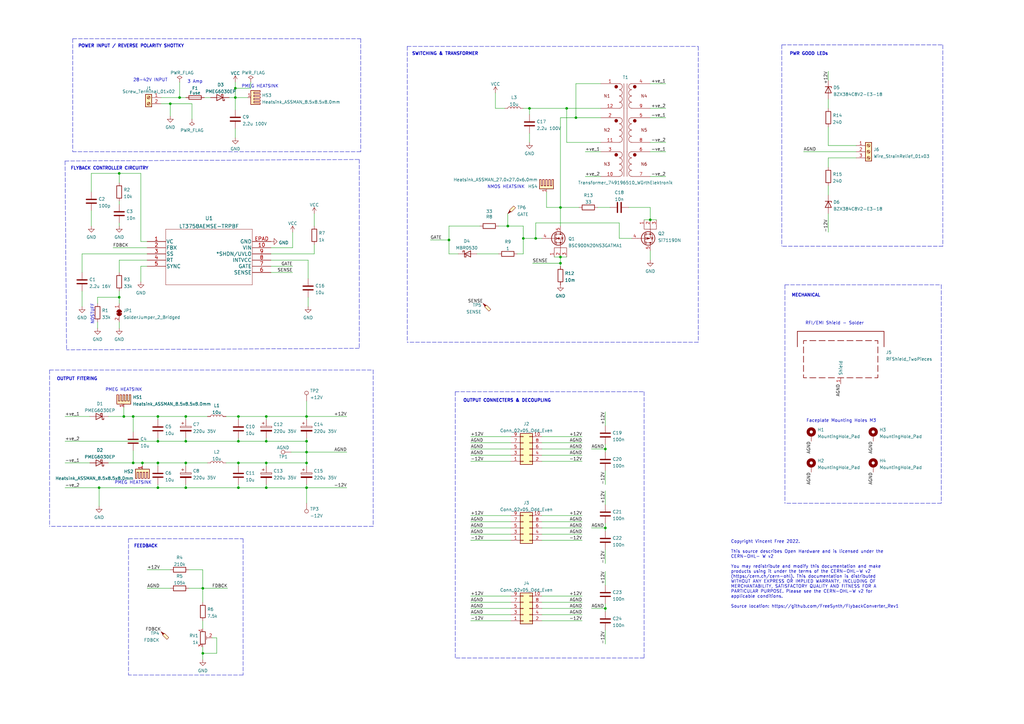
<source format=kicad_sch>
(kicad_sch (version 20211123) (generator eeschema)
  (paper "A3")
  (title_block (title "Flyback Converter Eurorack Power Supply - Rear PCB") (date "2022-01-31") (rev "1") (company "FreeSynth"))
  (junction (at 76.2 200.025))
  (junction (at 64.77 180.975))
  (junction (at 236.22 48.26))
  (junction (at 97.79 170.815))
  (junction (at 248.285 216.535))
  (junction (at 208.28 92.71))
  (junction (at 48.895 71.12))
  (junction (at 109.22 189.865))
  (junction (at 76.2 189.865))
  (junction (at 97.79 200.025))
  (junction (at 58.42 189.865))
  (junction (at 229.87 105.41))
  (junction (at 184.15 98.425))
  (junction (at 76.2 170.815))
  (junction (at 266.7 90.17))
  (junction (at 248.285 249.555))
  (junction (at 229.87 107.95))
  (junction (at 248.285 184.15))
  (junction (at 109.22 180.975))
  (junction (at 97.79 189.865))
  (junction (at 69.85 42.545))
  (junction (at 54.61 170.815))
  (junction (at 50.8 170.815))
  (junction (at 217.17 44.45))
  (junction (at 125.73 189.865))
  (junction (at 109.22 200.025))
  (junction (at 54.61 189.865))
  (junction (at 219.71 97.79))
  (junction (at 125.73 185.42))
  (junction (at 96.52 36.195))
  (junction (at 48.895 121.92))
  (junction (at 40.64 200.025))
  (junction (at 96.52 40.005))
  (junction (at 83.185 267.97))
  (junction (at 232.41 44.45))
  (junction (at 125.73 180.975))
  (junction (at 214.63 97.79))
  (junction (at 76.2 180.975))
  (junction (at 64.77 189.865))
  (junction (at 97.79 180.975))
  (junction (at 64.77 200.025))
  (junction (at 83.185 241.3))
  (junction (at 125.73 200.025))
  (junction (at 64.77 170.815))
  (junction (at 125.73 170.815))
  (junction (at 229.87 85.09))
  (junction (at 73.66 40.005))
  (junction (at 109.22 170.815))
  (wire (pts (xy 83.185 241.3) (xy 83.185 247.015)))
  (wire (pts (xy 222.25 213.995) (xy 238.76 213.995)))
  (wire (pts (xy 109.22 179.705) (xy 109.22 180.975)))
  (wire (pts (xy 217.17 44.45) (xy 232.41 44.45)))
  (polyline (pts (xy 286.385 140.335) (xy 167.005 140.335)))
  (wire (pts (xy 339.725 40.64) (xy 339.725 44.45)))
  (wire (pts (xy 209.55 211.455) (xy 193.04 211.455)))
  (wire (pts (xy 254 97.79) (xy 254 91.44)))
  (wire (pts (xy 66.04 42.545) (xy 69.85 42.545)))
  (wire (pts (xy 57.785 99.06) (xy 60.325 99.06)))
  (wire (pts (xy 266.7 85.09) (xy 257.81 85.09)))
  (wire (pts (xy 266.7 90.17) (xy 266.7 85.09)))
  (wire (pts (xy 97.79 189.865) (xy 109.22 189.865)))
  (polyline (pts (xy 99.695 220.98) (xy 99.695 276.86)))
  (wire (pts (xy 109.22 170.815) (xy 125.73 170.815)))
  (polyline (pts (xy 167.005 19.05) (xy 286.385 19.05)))
  (wire (pts (xy 77.47 233.68) (xy 83.185 233.68)))
  (wire (pts (xy 248.285 182.245) (xy 248.285 184.15)))
  (wire (pts (xy 111.125 106.68) (xy 126.365 106.68)))
  (wire (pts (xy 76.2 189.865) (xy 85.09 189.865)))
  (wire (pts (xy 128.905 87.63) (xy 128.905 92.71)))
  (wire (pts (xy 248.285 214.63) (xy 248.285 216.535)))
  (polyline (pts (xy 29.845 15.875) (xy 29.845 62.23)))
  (wire (pts (xy 222.25 189.23) (xy 238.76 189.23)))
  (wire (pts (xy 97.79 189.865) (xy 97.79 191.135)))
  (wire (pts (xy 64.77 198.755) (xy 64.77 200.025)))
  (wire (pts (xy 229.87 107.95) (xy 229.87 109.22)))
  (polyline (pts (xy 386.08 206.375) (xy 321.945 206.375)))
  (polyline (pts (xy 320.675 18.415) (xy 386.715 18.415)))
  (wire (pts (xy 58.42 189.865) (xy 58.42 191.135)))
  (wire (pts (xy 97.79 180.975) (xy 109.22 180.975)))
  (wire (pts (xy 209.55 213.995) (xy 193.04 213.995)))
  (wire (pts (xy 232.41 58.42) (xy 232.41 44.45)))
  (polyline (pts (xy 20.32 151.765) (xy 20.32 215.9)))
  (wire (pts (xy 229.87 85.09) (xy 229.87 48.26)))
  (wire (pts (xy 40.005 121.92) (xy 48.895 121.92)))
  (wire (pts (xy 76.2 170.815) (xy 85.09 170.815)))
  (wire (pts (xy 96.52 40.005) (xy 96.52 45.085)))
  (wire (pts (xy 26.67 170.815) (xy 36.83 170.815)))
  (wire (pts (xy 88.9 261.62) (xy 88.9 267.97)))
  (wire (pts (xy 222.25 179.07) (xy 238.76 179.07)))
  (wire (pts (xy 214.63 92.71) (xy 208.28 92.71)))
  (wire (pts (xy 224.155 85.09) (xy 229.87 85.09)))
  (wire (pts (xy 125.73 198.755) (xy 125.73 200.025)))
  (wire (pts (xy 73.66 33.655) (xy 73.66 40.005)))
  (wire (pts (xy 48.895 71.12) (xy 48.895 74.93)))
  (wire (pts (xy 248.285 225.425) (xy 248.285 231.14)))
  (wire (pts (xy 126.365 106.68) (xy 126.365 114.3)))
  (wire (pts (xy 339.725 29.21) (xy 339.725 33.02)))
  (wire (pts (xy 54.61 189.865) (xy 58.42 189.865)))
  (wire (pts (xy 242.57 216.535) (xy 248.285 216.535)))
  (wire (pts (xy 329.565 62.23) (xy 351.155 62.23)))
  (wire (pts (xy 50.8 170.815) (xy 54.61 170.815)))
  (polyline (pts (xy 20.32 151.765) (xy 153.035 151.765)))
  (wire (pts (xy 209.55 244.475) (xy 193.04 244.475)))
  (wire (pts (xy 125.73 164.465) (xy 125.73 170.815)))
  (wire (pts (xy 60.325 233.68) (xy 69.85 233.68)))
  (wire (pts (xy 119.38 185.42) (xy 125.73 185.42)))
  (wire (pts (xy 48.895 111.76) (xy 48.895 106.68)))
  (wire (pts (xy 203.2 38.1) (xy 203.2 44.45)))
  (wire (pts (xy 48.895 106.68) (xy 60.325 106.68)))
  (wire (pts (xy 33.655 104.14) (xy 33.655 111.76)))
  (wire (pts (xy 209.55 179.07) (xy 193.04 179.07)))
  (wire (pts (xy 248.285 258.445) (xy 248.285 264.16)))
  (wire (pts (xy 184.15 104.14) (xy 187.96 104.14)))
  (polyline (pts (xy 26.67 66.04) (xy 27.305 143.51)))
  (polyline (pts (xy 26.67 66.04) (xy 147.32 65.405)))
  (wire (pts (xy 209.55 186.69) (xy 193.04 186.69)))
  (wire (pts (xy 273.05 48.26) (xy 266.7 48.26)))
  (wire (pts (xy 184.15 92.71) (xy 184.15 98.425)))
  (polyline (pts (xy 386.715 18.415) (xy 386.715 100.965)))
  (wire (pts (xy 209.55 219.075) (xy 193.04 219.075)))
  (wire (pts (xy 266.7 102.87) (xy 266.7 106.68)))
  (wire (pts (xy 176.53 98.425) (xy 184.15 98.425)))
  (wire (pts (xy 209.55 247.015) (xy 193.04 247.015)))
  (wire (pts (xy 86.995 261.62) (xy 88.9 261.62)))
  (polyline (pts (xy 386.08 116.84) (xy 386.08 206.375)))
  (wire (pts (xy 209.55 216.535) (xy 193.04 216.535)))
  (wire (pts (xy 44.45 170.815) (xy 50.8 170.815)))
  (wire (pts (xy 96.52 40.005) (xy 101.6 40.005)))
  (wire (pts (xy 57.785 71.12) (xy 57.785 99.06)))
  (wire (pts (xy 208.28 92.71) (xy 204.47 92.71)))
  (polyline (pts (xy 147.955 62.23) (xy 29.845 62.23)))
  (wire (pts (xy 248.285 193.04) (xy 248.285 198.755)))
  (wire (pts (xy 273.05 34.29) (xy 266.7 34.29)))
  (wire (pts (xy 40.64 200.025) (xy 64.77 200.025)))
  (wire (pts (xy 222.25 186.69) (xy 238.76 186.69)))
  (wire (pts (xy 102.87 33.655) (xy 102.87 36.195)))
  (wire (pts (xy 60.325 241.3) (xy 69.85 241.3)))
  (wire (pts (xy 26.67 189.865) (xy 36.83 189.865)))
  (wire (pts (xy 33.655 119.38) (xy 33.655 125.73)))
  (wire (pts (xy 109.22 200.025) (xy 125.73 200.025)))
  (wire (pts (xy 217.17 54.61) (xy 217.17 58.42)))
  (wire (pts (xy 50.8 167.005) (xy 50.8 170.815)))
  (wire (pts (xy 40.64 207.645) (xy 40.64 200.025)))
  (wire (pts (xy 54.61 170.815) (xy 64.77 170.815)))
  (wire (pts (xy 76.2 200.025) (xy 97.79 200.025)))
  (wire (pts (xy 57.785 109.22) (xy 57.785 115.57)))
  (wire (pts (xy 83.185 254.635) (xy 83.185 257.81)))
  (wire (pts (xy 96.52 52.705) (xy 96.52 56.515)))
  (wire (pts (xy 109.22 170.815) (xy 109.22 172.085)))
  (wire (pts (xy 222.25 244.475) (xy 238.76 244.475)))
  (wire (pts (xy 214.63 104.14) (xy 212.09 104.14)))
  (polyline (pts (xy 153.035 151.765) (xy 153.035 215.9)))
  (wire (pts (xy 266.7 90.17) (xy 269.24 90.17)))
  (wire (pts (xy 184.15 98.425) (xy 184.15 104.14)))
  (wire (pts (xy 339.725 87.63) (xy 339.725 95.25)))
  (wire (pts (xy 48.895 82.55) (xy 48.895 83.82)))
  (wire (pts (xy 111.125 104.14) (xy 128.905 104.14)))
  (wire (pts (xy 120.015 95.25) (xy 120.015 101.6)))
  (wire (pts (xy 96.52 36.195) (xy 96.52 40.005)))
  (wire (pts (xy 64.77 189.865) (xy 64.77 191.135)))
  (wire (pts (xy 83.185 267.97) (xy 83.185 270.51)))
  (wire (pts (xy 248.285 249.555) (xy 248.285 250.825)))
  (wire (pts (xy 207.01 44.45) (xy 203.2 44.45)))
  (wire (pts (xy 222.25 252.095) (xy 238.76 252.095)))
  (wire (pts (xy 83.185 233.68) (xy 83.185 241.3)))
  (wire (pts (xy 224.155 78.74) (xy 224.155 85.09)))
  (wire (pts (xy 245.11 85.09) (xy 250.19 85.09)))
  (wire (pts (xy 128.905 104.14) (xy 128.905 100.33)))
  (wire (pts (xy 209.55 254.635) (xy 193.04 254.635)))
  (wire (pts (xy 273.05 58.42) (xy 266.7 58.42)))
  (wire (pts (xy 64.77 180.975) (xy 76.2 180.975)))
  (wire (pts (xy 48.895 71.12) (xy 57.785 71.12)))
  (wire (pts (xy 222.25 249.555) (xy 238.76 249.555)))
  (wire (pts (xy 26.67 180.975) (xy 64.77 180.975)))
  (wire (pts (xy 76.2 189.865) (xy 76.2 191.135)))
  (wire (pts (xy 97.79 200.025) (xy 109.22 200.025)))
  (wire (pts (xy 26.67 200.025) (xy 40.64 200.025)))
  (wire (pts (xy 111.125 109.22) (xy 120.015 109.22)))
  (polyline (pts (xy 286.385 19.05) (xy 286.385 140.335)))
  (wire (pts (xy 232.41 44.45) (xy 246.38 44.45)))
  (wire (pts (xy 48.895 132.08) (xy 48.895 134.62)))
  (wire (pts (xy 76.2 198.755) (xy 76.2 200.025)))
  (wire (pts (xy 64.77 170.815) (xy 64.77 172.085)))
  (wire (pts (xy 93.98 40.005) (xy 96.52 40.005)))
  (wire (pts (xy 83.185 241.3) (xy 93.345 241.3)))
  (polyline (pts (xy 147.955 15.875) (xy 147.955 62.23)))
  (polyline (pts (xy 167.005 19.05) (xy 167.005 140.335)))
  (wire (pts (xy 222.25 211.455) (xy 238.76 211.455)))
  (wire (pts (xy 209.55 221.615) (xy 193.04 221.615)))
  (polyline (pts (xy 321.945 116.84) (xy 386.08 116.84)))
  (wire (pts (xy 97.79 198.755) (xy 97.79 200.025)))
  (wire (pts (xy 222.25 254.635) (xy 238.76 254.635)))
  (polyline (pts (xy 186.69 160.655) (xy 186.69 269.875)))
  (wire (pts (xy 60.325 109.22) (xy 57.785 109.22)))
  (wire (pts (xy 69.85 42.545) (xy 69.85 47.625)))
  (wire (pts (xy 209.55 184.15) (xy 193.04 184.15)))
  (wire (pts (xy 76.2 170.815) (xy 76.2 172.085)))
  (wire (pts (xy 196.85 92.71) (xy 184.15 92.71)))
  (wire (pts (xy 40.005 124.46) (xy 40.005 121.92)))
  (wire (pts (xy 120.015 101.6) (xy 111.125 101.6)))
  (wire (pts (xy 125.73 170.815) (xy 142.24 170.815)))
  (wire (pts (xy 109.22 198.755) (xy 109.22 200.025)))
  (wire (pts (xy 229.87 85.09) (xy 229.87 92.71)))
  (polyline (pts (xy 386.715 100.965) (xy 320.675 100.965)))
  (wire (pts (xy 214.63 97.79) (xy 214.63 92.71)))
  (wire (pts (xy 240.03 62.23) (xy 246.38 62.23)))
  (wire (pts (xy 264.16 90.17) (xy 266.7 90.17)))
  (wire (pts (xy 58.42 189.865) (xy 64.77 189.865)))
  (wire (pts (xy 222.25 219.075) (xy 238.76 219.075)))
  (polyline (pts (xy 264.16 160.655) (xy 264.16 269.875)))
  (polyline (pts (xy 147.32 65.405) (xy 147.32 142.875)))
  (polyline (pts (xy 147.32 142.875) (xy 27.305 143.51)))
  (polyline (pts (xy 186.69 160.655) (xy 264.16 160.655)))
  (wire (pts (xy 219.71 97.79) (xy 222.25 97.79)))
  (wire (pts (xy 125.73 185.42) (xy 125.73 189.865)))
  (wire (pts (xy 229.87 85.09) (xy 237.49 85.09)))
  (wire (pts (xy 222.25 247.015) (xy 238.76 247.015)))
  (wire (pts (xy 64.77 189.865) (xy 76.2 189.865)))
  (wire (pts (xy 209.55 249.555) (xy 193.04 249.555)))
  (polyline (pts (xy 99.695 276.86) (xy 52.705 276.86)))
  (wire (pts (xy 248.285 184.15) (xy 248.285 185.42)))
  (polyline (pts (xy 264.16 269.875) (xy 186.69 269.875)))
  (wire (pts (xy 109.22 189.865) (xy 125.73 189.865)))
  (wire (pts (xy 219.71 97.79) (xy 214.63 97.79)))
  (wire (pts (xy 229.87 48.26) (xy 236.22 48.26)))
  (wire (pts (xy 273.05 72.39) (xy 266.7 72.39)))
  (wire (pts (xy 64.77 170.815) (xy 76.2 170.815)))
  (wire (pts (xy 78.74 48.895) (xy 78.74 42.545)))
  (wire (pts (xy 76.2 179.705) (xy 76.2 180.975)))
  (wire (pts (xy 208.28 87.63) (xy 208.28 92.71)))
  (wire (pts (xy 273.05 44.45) (xy 266.7 44.45)))
  (wire (pts (xy 92.71 189.865) (xy 97.79 189.865)))
  (wire (pts (xy 248.285 201.295) (xy 248.285 207.01)))
  (wire (pts (xy 222.25 181.61) (xy 238.76 181.61)))
  (wire (pts (xy 236.22 34.29) (xy 236.22 48.26)))
  (wire (pts (xy 64.77 200.025) (xy 76.2 200.025)))
  (wire (pts (xy 54.61 170.815) (xy 54.61 177.165)))
  (wire (pts (xy 209.55 181.61) (xy 193.04 181.61)))
  (wire (pts (xy 214.63 97.79) (xy 214.63 104.14)))
  (wire (pts (xy 40.005 132.08) (xy 40.005 134.62)))
  (wire (pts (xy 236.22 48.26) (xy 246.38 48.26)))
  (wire (pts (xy 214.63 44.45) (xy 217.17 44.45)))
  (wire (pts (xy 125.73 185.42) (xy 142.24 185.42)))
  (wire (pts (xy 37.465 86.36) (xy 37.465 92.71)))
  (wire (pts (xy 76.2 180.975) (xy 97.79 180.975)))
  (wire (pts (xy 219.71 91.44) (xy 219.71 97.79)))
  (polyline (pts (xy 29.845 15.875) (xy 147.955 15.875)))
  (wire (pts (xy 351.155 64.77) (xy 339.725 64.77)))
  (wire (pts (xy 83.82 40.005) (xy 86.36 40.005)))
  (wire (pts (xy 248.285 168.91) (xy 248.285 174.625)))
  (wire (pts (xy 222.25 216.535) (xy 238.76 216.535)))
  (wire (pts (xy 46.355 101.6) (xy 60.325 101.6)))
  (wire (pts (xy 64.77 179.705) (xy 64.77 180.975)))
  (wire (pts (xy 242.57 184.15) (xy 248.285 184.15)))
  (wire (pts (xy 37.465 71.12) (xy 37.465 78.74)))
  (wire (pts (xy 195.58 104.14) (xy 204.47 104.14)))
  (wire (pts (xy 209.55 189.23) (xy 193.04 189.23)))
  (wire (pts (xy 339.725 76.2) (xy 339.725 80.01)))
  (wire (pts (xy 229.87 105.41) (xy 229.87 107.95)))
  (wire (pts (xy 33.655 104.14) (xy 60.325 104.14)))
  (wire (pts (xy 83.185 267.97) (xy 83.185 265.43)))
  (wire (pts (xy 44.45 189.865) (xy 54.61 189.865)))
  (polyline (pts (xy 321.945 116.84) (xy 321.945 206.375)))
  (wire (pts (xy 92.71 170.815) (xy 97.79 170.815)))
  (polyline (pts (xy 320.675 18.415) (xy 320.675 100.965)))
  (wire (pts (xy 248.285 247.65) (xy 248.285 249.555)))
  (wire (pts (xy 125.73 179.705) (xy 125.73 180.975)))
  (wire (pts (xy 236.22 34.29) (xy 246.38 34.29)))
  (wire (pts (xy 125.73 206.375) (xy 125.73 200.025)))
  (wire (pts (xy 54.61 184.785) (xy 54.61 189.865)))
  (wire (pts (xy 109.22 180.975) (xy 125.73 180.975)))
  (wire (pts (xy 222.25 184.15) (xy 238.76 184.15)))
  (wire (pts (xy 125.73 189.865) (xy 125.73 191.135)))
  (wire (pts (xy 227.33 105.41) (xy 229.87 105.41)))
  (wire (pts (xy 126.365 121.92) (xy 126.365 125.73)))
  (wire (pts (xy 248.285 216.535) (xy 248.285 217.805)))
  (wire (pts (xy 48.895 91.44) (xy 48.895 92.71)))
  (wire (pts (xy 209.55 252.095) (xy 193.04 252.095)))
  (polyline (pts (xy 52.705 220.98) (xy 99.695 220.98)))
  (wire (pts (xy 96.52 33.655) (xy 96.52 36.195)))
  (wire (pts (xy 217.17 44.45) (xy 217.17 46.99)))
  (wire (pts (xy 242.57 249.555) (xy 248.285 249.555)))
  (wire (pts (xy 339.725 64.77) (xy 339.725 68.58)))
  (polyline (pts (xy 52.705 220.98) (xy 52.705 276.86)))
  (wire (pts (xy 259.08 97.79) (xy 254 97.79)))
  (wire (pts (xy 125.73 200.025) (xy 142.24 200.025)))
  (wire (pts (xy 37.465 71.12) (xy 48.895 71.12)))
  (wire (pts (xy 109.22 189.865) (xy 109.22 191.135)))
  (wire (pts (xy 97.79 170.815) (xy 109.22 170.815)))
  (wire (pts (xy 125.73 170.815) (xy 125.73 172.085)))
  (wire (pts (xy 229.87 105.41) (xy 232.41 105.41)))
  (polyline (pts (xy 153.035 215.9) (xy 20.32 215.9)))
  (wire (pts (xy 240.03 72.39) (xy 246.38 72.39)))
  (wire (pts (xy 48.895 121.92) (xy 48.895 124.46)))
  (wire (pts (xy 66.04 40.005) (xy 73.66 40.005)))
  (wire (pts (xy 48.895 119.38) (xy 48.895 121.92)))
  (wire (pts (xy 88.9 267.97) (xy 83.185 267.97)))
  (wire (pts (xy 339.725 52.07) (xy 339.725 59.69)))
  (wire (pts (xy 273.05 62.23) (xy 266.7 62.23)))
  (wire (pts (xy 77.47 241.3) (xy 83.185 241.3)))
  (wire (pts (xy 97.79 179.705) (xy 97.79 180.975)))
  (wire (pts (xy 232.41 58.42) (xy 246.38 58.42)))
  (wire (pts (xy 111.125 111.76) (xy 120.015 111.76)))
  (wire (pts (xy 248.285 234.315) (xy 248.285 240.03)))
  (wire (pts (xy 96.52 36.195) (xy 102.87 36.195)))
  (wire (pts (xy 218.44 107.95) (xy 229.87 107.95)))
  (wire (pts (xy 254 91.44) (xy 219.71 91.44)))
  (wire (pts (xy 339.725 59.69) (xy 351.155 59.69)))
  (wire (pts (xy 97.79 170.815) (xy 97.79 172.085)))
  (wire (pts (xy 76.2 40.005) (xy 73.66 40.005)))
  (wire (pts (xy 78.74 42.545) (xy 69.85 42.545)))
  (wire (pts (xy 125.73 180.975) (xy 125.73 185.42)))
  (wire (pts (xy 222.25 221.615) (xy 238.76 221.615)))
  (text "28-42V INPUT" (at 54.61 33.655 0) (effects (font (size 1.27 1.27)) (justify left bottom)))
  (text "PWR GOOD LEDs" (at 339.725 22.86 180) (effects (font (size 1.27 1.27) (thickness 0.254) bold) (justify right bottom)))
  (text "OUTPUT CONNECTERS & DECOUPLING" (at 226.06 165.1 180) (effects (font (size 1.27 1.27) (thickness 0.254) bold) (justify right bottom)))
  (text "NMOS HEATSINK" (at 215.265 77.47 180) (effects (font (size 1.27 1.27)) (justify right bottom)))
  (text "MECHANICAL" (at 336.55 121.92 180) (effects (font (size 1.27 1.27) (thickness 0.254) bold) (justify right bottom)))
  (text "SWITCHING & TRANSFORMER" (at 196.215 22.86 180) (effects (font (size 1.27 1.27) (thickness 0.254) bold) (justify right bottom)))
  (text "PMEG HEATSINK" (at 114.3 36.195 180) (effects (font (size 1.27 1.27)) (justify right bottom)))
  (text "Faceplate Mounting Holes M3" (at 359.41 173.355 180) (effects (font (size 1.27 1.27)) (justify right bottom)))
  (text "FEEDBACK" (at 64.77 224.79 180) (effects (font (size 1.27 1.27) (thickness 0.254) bold) (justify right bottom)))
  (text "OUTPUT FITERING" (at 40.005 156.21 180) (effects (font (size 1.27 1.27) (thickness 0.254) bold) (justify right bottom)))
  (text "PMEG HEATSINK" (at 62.23 198.755 180) (effects (font (size 1.27 1.27)) (justify right bottom)))
  (text "NOSTUFF" (at 38.735 124.46 270) (effects (font (size 1.27 1.27)) (justify right bottom)))
  (text "Copyright Vincent Free 2022.\n\nThis source describes Open Hardware and is licensed under the \nCERN-OHL- W v2\n\nYou may redistribute and modify this documentation and make \nproducts using it under the terms of the CERN-OHL-W v2 \n(https:/cern.ch/cern-ohl). This documentation is distributed \nWITHOUT ANY EXPRESS OR IMPLIED WARRANTY, INCLUDING OF \nMERCHANTABILITY, SATISFACTORY QUALITY AND FITNESS FOR A \nPARTICULAR PURPOSE. Please see the CERN-OHL-W v2 for \napplicable conditions.\n\nSource location: https://github.com/FreeSynth/FlybackConverter_Rev1" (at 299.72 249.555 0) (effects (font (size 1.27 1.27)) (justify left bottom)))
  (text "3 Amp" (at 76.835 34.29 0) (effects (font (size 1.27 1.27)) (justify left bottom)))
  (text "FLYBACK CONTROLLER CIRCUITRY" (at 60.96 69.85 180) (effects (font (size 1.27 1.27) (thickness 0.254) bold) (justify right bottom)))
  (text "RFI/EMI Shield - Solder" (at 354.33 133.35 180) (effects (font (size 1.27 1.27)) (justify right bottom)))
  (text "POWER INPUT / REVERSE POLARITY SHOTTKY" (at 75.565 19.685 180) (effects (font (size 1.27 1.27) (thickness 0.254) bold) (justify right bottom)))
  (text "PMEG HEATSINK" (at 58.42 160.655 180) (effects (font (size 1.27 1.27)) (justify right bottom)))
  (label "AGND" (at 238.76 181.61 180))
  (label "AGND" (at 193.04 247.015 0))
  (label "-12V" (at 238.76 254.635 180))
  (label "AGND" (at 60.325 241.3 0))
  (label "AGND" (at 193.04 186.69 0))
  (label "+ve_1" (at 26.67 170.815 0))
  (label "AGND" (at 344.805 157.48 270))
  (label "FDBCK" (at 66.04 259.08 180))
  (label "-ve_2" (at 273.05 58.42 180))
  (label "-ve_1" (at 273.05 62.23 180))
  (label "-ve_2" (at 273.05 72.39 180))
  (label "+ve_1" (at 240.03 62.23 0))
  (label "SENSE" (at 198.12 124.46 180))
  (label "-12V" (at 248.285 231.14 90))
  (label "+12V" (at 248.285 234.315 270))
  (label "-ve_1" (at 273.05 48.26 180))
  (label "+12V" (at 339.725 29.21 270))
  (label "+12V" (at 60.325 233.68 0))
  (label "+12V" (at 248.285 201.295 270))
  (label "AGND" (at 332.74 180.975 270))
  (label "+ve_2" (at 26.67 180.975 0))
  (label "GATE" (at 120.015 109.22 180))
  (label "AGND" (at 238.76 219.075 180))
  (label "AGND" (at 329.565 62.23 0))
  (label "AGND" (at 238.76 247.015 180))
  (label "+12V" (at 238.76 179.07 180))
  (label "AGND" (at 193.04 249.555 0))
  (label "-12V" (at 248.285 264.16 90))
  (label "AGND" (at 242.57 184.15 0))
  (label "AGND" (at 238.76 186.69 180))
  (label "FDBCK" (at 93.345 241.3 180))
  (label "AGND" (at 242.57 216.535 0))
  (label "-12V" (at 142.24 200.025 180))
  (label "AGND" (at 358.14 180.975 270))
  (label "AGND" (at 142.24 185.42 180))
  (label "AGND" (at 193.04 181.61 0))
  (label "AGND" (at 238.76 213.995 180))
  (label "+12V" (at 193.04 179.07 0))
  (label "-ve_1" (at 26.67 189.865 0))
  (label "SENSE" (at 218.44 107.95 0))
  (label "+ve_2" (at 240.03 72.39 0))
  (label "+12V" (at 193.04 244.475 0))
  (label "AGND" (at 242.57 249.555 0))
  (label "-ve_2" (at 26.67 200.025 0))
  (label "AGND" (at 238.76 216.535 180))
  (label "-12V" (at 238.76 221.615 180))
  (label "+ve_2" (at 273.05 44.45 180))
  (label "-12V" (at 193.04 221.615 0))
  (label "AGND" (at 193.04 213.995 0))
  (label "+12V" (at 193.04 211.455 0))
  (label "AGND" (at 193.04 219.075 0))
  (label "AGND" (at 238.76 252.095 180))
  (label "-12V" (at 339.725 95.25 90))
  (label "AGND" (at 193.04 184.15 0))
  (label "-12V" (at 248.285 198.755 90))
  (label "+12V" (at 238.76 211.455 180))
  (label "AGND" (at 238.76 184.15 180))
  (label "-12V" (at 193.04 189.23 0))
  (label "-12V" (at 238.76 189.23 180))
  (label "+12V" (at 142.24 170.815 180))
  (label "FDBCK" (at 46.355 101.6 0))
  (label "+ve_1" (at 273.05 34.29 180))
  (label "-12V" (at 193.04 254.635 0))
  (label "AGND" (at 193.04 252.095 0))
  (label "AGND" (at 238.76 249.555 180))
  (label "+12V" (at 238.76 244.475 180))
  (label "SENSE" (at 120.015 111.76 180))
  (label "AGND" (at 358.14 193.675 270))
  (label "+12V" (at 248.285 168.91 270))
  (label "GATE" (at 176.53 98.425 0))
  (label "AGND" (at 332.74 193.675 270))
  (label "AGND" (at 193.04 216.535 0))
  (symbol (lib_id "Device:Transformer_749196510_WürthElektronik") (at 256.54 53.34 0) (unit 1)
    (property "Reference" "T1" (at 256.54 31.75 0))
    (property "Value" "Transformer_749196510_WürthElektronik" (at 256.54 74.93 0))
    (property "Footprint" "Transformer_SMD:Transformer_749196510_WürthElektronik" (effects hide))
    (property "Datasheet" "https://www.we-online.com/katalog/datasheet/749196510.pdf" (effects hide))
  )
  (symbol (lib_id "Device:R") (at 128.905 96.52 0) (unit 1)
    (property "Reference" "R7" (at 130.683 95.6115 0) (effects (justify left)))
    (property "Value" "1k" (at 130.683 98.3866 0) (effects (justify left)))
    (property "Footprint" "Resistor_SMD:R_0805_2012Metric" (effects hide))
  )
  (symbol (lib_id "power:GND") (at 40.005 134.62 0) (unit 1)
    (property "Reference" "#PWR03" (effects hide))
    (property "Value" "GND" (at 40.005 139.1825 0))
  )
  (symbol (lib_id "Connector:TestPoint") (at 119.38 185.42 90) (unit 1) (in_bom no)
    (property "Reference" "TP1" (at 116.205 187.325 90))
    (property "Value" "AGND" (at 116.078 183.5936 90))
    (property "Footprint" "TestPoint:TestPoint_THTPad_D2.0mm_Drill1.0mm" (effects hide))
  )
  (symbol (lib_id "power:VCC") (at 96.52 33.655 0) (unit 1)
    (property "Reference" "#PWR010" (effects hide))
    (property "Value" "VCC" (at 96.52 30.0505 0))
  )
  (symbol (lib_id "power:GND") (at 48.895 134.62 0) (unit 1)
    (property "Reference" "#PWR06" (effects hide))
    (property "Value" "GND" (at 48.895 139.1825 0))
  )
  (symbol (lib_id "power:GND") (at 126.365 125.73 0) (unit 1)
    (property "Reference" "#PWR014" (effects hide))
    (property "Value" "GND" (at 126.365 130.2925 0))
  )
  (symbol (lib_id "power:PWR_FLAG") (at 102.87 33.655 0) (unit 1)
    (property "Reference" "#FLG0101" (effects hide))
    (property "Value" "PWR_FLAG" (at 99.06 29.845 0) (effects (justify left)))
  )
  (symbol (lib_id "Mechanical:MountingHole_Pad") (at 332.74 191.135 0) (unit 1) (in_bom no)
    (property "Reference" "H2" (at 335.28 188.9565 0) (effects (justify left)))
    (property "Value" "MountingHole_Pad" (at 335.28 191.7316 0) (effects (justify left)))
    (property "Footprint" "MountingHole:MountingHole_3.2mm_M3_DIN965_Pad" (effects hide))
  )
  (symbol (lib_id "Device:C") (at 126.365 118.11 180) (unit 1)
    (property "Reference" "C16" (at 129.286 117.2015 0) (effects (justify right)))
    (property "Value" "10u" (at 129.286 119.9766 0) (effects (justify right)))
    (property "Footprint" "Capacitor_SMD:C_1206_3216Metric" (effects hide))
  )
  (symbol (lib_id "Device:C") (at 97.79 194.945 180) (unit 1)
    (property "Reference" "C11" (at 100.711 194.0365 0) (effects (justify right)))
    (property "Value" "10u" (at 100.711 196.8116 0) (effects (justify right)))
    (property "Footprint" "Capacitor_SMD:C_1206_3216Metric" (effects hide))
  )
  (symbol (lib_id "Device:R") (at 73.66 241.3 90) (unit 1)
    (property "Reference" "R5" (at 73.66 236.3175 90))
    (property "Value" "105k" (at 73.66 239.0926 90))
    (property "Footprint" "Resistor_SMD:R_0805_2012Metric" (effects hide))
  )
  (symbol (lib_id "power:GND") (at 57.785 115.57 0) (unit 1)
    (property "Reference" "#PWR07" (effects hide))
    (property "Value" "GND" (at 57.785 120.1325 0))
  )
  (symbol (lib_id "Device:L") (at 88.9 189.865 90) (unit 1)
    (property "Reference" "L2" (at 88.9 185.3905 90))
    (property "Value" "10u" (at 88.9 188.1656 90))
    (property "Footprint" "Inductor_SMD:BWVS00606045100ML1-YAGEO" (effects hide))
  )
  (symbol (lib_id "Device:R") (at 83.185 250.825 180) (unit 1)
    (property "Reference" "R6" (at 84.963 249.9165 0) (effects (justify right)))
    (property "Value" "7.5k" (at 84.963 252.6916 0) (effects (justify right)))
    (property "Footprint" "Resistor_SMD:R_0805_2012Metric" (effects hide))
  )
  (symbol (lib_id "Connector:Screw_Terminal_01x03") (at 356.235 62.23 0) (unit 1) (in_bom no)
    (property "Reference" "J6" (at 358.267 61.3215 0) (effects (justify left)))
    (property "Value" "Wire_StrainRelief_01x03" (at 358.267 64.0966 0) (effects (justify left)))
    (property "Footprint" "Connector_Wire:SolderWire-0.5sqmm_1x03_P4.8mm_D0.9mm_OD2.3mm_Relief" (effects hide))
  )
  (symbol (lib_id "power:PWR_FLAG") (at 78.74 48.895 180) (unit 1)
    (property "Reference" "#FLG02" (effects hide))
    (property "Value" "PWR_FLAG" (at 78.74 53.4575 0))
  )
  (symbol (lib_id "Device:C_Polarized") (at 125.73 175.895 0) (unit 1)
    (property "Reference" "C14" (at 128.651 174.0975 0) (effects (justify left)))
    (property "Value" "220u 35V" (at 128.651 176.8726 0) (effects (justify left)))
    (property "Footprint" "Capacitor_SMD:CP_Elec_10x10" (effects hide))
  )
  (symbol (lib_id "power:GND") (at 37.465 92.71 0) (unit 1)
    (property "Reference" "#PWR02" (effects hide))
    (property "Value" "GND" (at 37.465 97.2725 0))
  )
  (symbol (lib_id "Device:R") (at 339.725 72.39 180) (unit 1)
    (property "Reference" "R15" (at 341.503 71.4815 0) (effects (justify right)))
    (property "Value" "240" (at 341.503 74.2566 0) (effects (justify right)))
    (property "Footprint" "Resistor_SMD:R_0805_2012Metric" (effects hide))
  )
  (symbol (lib_id "Device:RFShield_TwoPieces") (at 344.805 147.32 0) (unit 1)
    (property "Reference" "J5" (at 363.347 144.5065 0) (effects (justify left)))
    (property "Value" "RFShield_TwoPieces" (at 363.347 147.2816 0) (effects (justify left)))
    (property "Footprint" "RF_Shielding:MS638-10" (effects hide))
  )
  (symbol (lib_id "Device:C") (at 64.77 194.945 180) (unit 1)
    (property "Reference" "C6" (at 67.691 194.0365 0) (effects (justify right)))
    (property "Value" "10u" (at 67.691 196.8116 0) (effects (justify right)))
    (property "Footprint" "Capacitor_SMD:C_1206_3216Metric" (effects hide))
  )
  (symbol (lib_id "power:VCC") (at 120.015 95.25 0) (mirror y) (unit 1)
    (property "Reference" "#PWR013" (effects hide))
    (property "Value" "VCC" (at 120.015 91.6455 0))
  )
  (symbol (lib_id "Device:C") (at 54.61 180.975 180) (unit 1)
    (property "Reference" "C4" (at 57.531 180.0665 0) (effects (justify right)))
    (property "Value" "10u" (at 57.531 182.8416 0) (effects (justify right)))
    (property "Footprint" "Capacitor_SMD:C_1206_3216Metric" (effects hide))
  )
  (symbol (lib_id "Diode:MBR0530") (at 191.77 104.14 0) (unit 1)
    (property "Reference" "D4" (at 191.4525 98.9035 0))
    (property "Value" "MBR0530" (at 191.4525 101.6786 0))
    (property "Footprint" "Diode_SMD:D_SOD-123" (effects hide))
    (property "Datasheet" "http://www.mccsemi.com/up_pdf/MBR0520~MBR0580(SOD123).pdf" (effects hide))
  )
  (symbol (lib_id "Connector_Generic:Conn_02x05_Odd_Even") (at 214.63 249.555 0) (mirror x) (unit 1)
    (property "Reference" "J4" (at 215.9 239.2385 0))
    (property "Value" "Conn_02x05_Odd_Even" (at 215.9 242.0136 0))
    (property "Footprint" "Connector_IDC:IDC-Header_2x05_P2.54mm_Vertical" (effects hide))
  )
  (symbol (lib_id "Device:R_Potentiometer_Trim") (at 83.185 261.62 0) (unit 1)
    (property "Reference" "RV1" (at 81.4071 260.7115 0) (effects (justify right)))
    (property "Value" "1k" (at 81.4071 263.4866 0) (effects (justify right)))
    (property "Footprint" "Potentiometer_THT:Potentiometer_Bourns_3296X_Horizontal" (effects hide))
  )
  (symbol (lib_id "Device:C") (at 48.895 87.63 0) (unit 1)
    (property "Reference" "C3" (at 51.816 86.7215 0) (effects (justify left)))
    (property "Value" "10n" (at 51.816 89.4966 0) (effects (justify left)))
    (property "Footprint" "Capacitor_SMD:C_0805_2012Metric" (effects hide))
  )
  (symbol (lib_id "Connector:TestPoint_Probe") (at 198.12 124.46 0) (mirror x) (unit 1) (in_bom no)
    (property "Reference" "TP5" (at 197.485 125.139 0) (effects (justify right)))
    (property "Value" "SENSE" (at 197.485 127.9141 0) (effects (justify right)))
    (property "Footprint" "TestPoint:TestPoint_Pad_D2.0mm" (effects hide))
  )
  (symbol (lib_id "Mechanical:MountingHole_Pad") (at 358.14 178.435 0) (unit 1) (in_bom no)
    (property "Reference" "H3" (at 360.68 176.2565 0) (effects (justify left)))
    (property "Value" "MountingHole_Pad" (at 360.68 179.0316 0) (effects (justify left)))
    (property "Footprint" "MountingHole:MountingHole_3.2mm_M3_DIN965_Pad" (effects hide))
  )
  (symbol (lib_id "Device:R") (at 241.3 85.09 90) (unit 1)
    (property "Reference" "R13" (at 241.3 80.1075 90))
    (property "Value" "33" (at 241.3 82.8826 90))
    (property "Footprint" "Resistor_SMD:R_0805_2012Metric" (effects hide))
  )
  (symbol (lib_id "Device:C") (at 248.285 178.435 0) (unit 1)
    (property "Reference" "C19" (at 251.206 177.5265 0) (effects (justify left)))
    (property "Value" "100n" (at 251.206 180.3016 0) (effects (justify left)))
    (property "Footprint" "Capacitor_SMD:C_0805_2012Metric" (effects hide))
  )
  (symbol (lib_id "Device:Si7119DN") (at 264.16 97.79 0) (mirror x) (unit 1)
    (property "Reference" "Q2" (at 269.875 95.802 0) (effects (justify left)))
    (property "Value" "Si7119DN" (at 269.875 98.5771 0) (effects (justify left)))
    (property "Footprint" "Package_SO:Vishay_PowerPAK_1212-8_Single" (effects hide))
    (property "Datasheet" "https://www.vishay.com/docs/74251/si7119dn.pdf" (effects hide))
  )
  (symbol (lib_id "Device:C") (at 97.79 175.895 180) (unit 1)
    (property "Reference" "C10" (at 100.711 174.9865 0) (effects (justify right)))
    (property "Value" "10u" (at 100.711 177.7616 0) (effects (justify right)))
    (property "Footprint" "Capacitor_SMD:C_1206_3216Metric" (effects hide))
  )
  (symbol (lib_id "Device:R") (at 48.895 115.57 0) (unit 1)
    (property "Reference" "R3" (at 50.673 114.6615 0) (effects (justify left)))
    (property "Value" "33k" (at 50.673 117.4366 0) (effects (justify left)))
    (property "Footprint" "Resistor_SMD:R_0805_2012Metric" (effects hide))
  )
  (symbol (lib_id "Device:R") (at 48.895 78.74 0) (unit 1)
    (property "Reference" "R2" (at 50.673 77.8315 0) (effects (justify left)))
    (property "Value" "10k" (at 50.673 80.6066 0) (effects (justify left)))
    (property "Footprint" "Resistor_SMD:R_0805_2012Metric" (effects hide))
  )
  (symbol (lib_id "Mechanical:Heatsink_Pad") (at 58.42 193.675 0) (mirror x) (unit 1)
    (property "Reference" "HS2" (at 54.7878 193.4015 0) (effects (justify right)))
    (property "Value" "Heatsink_ASSMAN_8.5x8.5x8.0mm" (at 54.7878 196.1766 0) (effects (justify right)))
    (property "Footprint" "Heatsink:Heatsink_ASSMAN_8.5x8.5x8.0mm" (effects hide))
  )
  (symbol (lib_id "Connector:TestPoint_Probe") (at 208.28 87.63 0) (unit 1) (in_bom no)
    (property "Reference" "TP6" (at 212.09 85.134 0) (effects (justify left)))
    (property "Value" "GATE" (at 212.09 87.9091 0) (effects (justify left)))
    (property "Footprint" "TestPoint:TestPoint_Pad_D2.0mm" (effects hide))
  )
  (symbol (lib_id "Device:C") (at 248.285 189.23 0) (unit 1)
    (property "Reference" "C20" (at 251.206 188.3215 0) (effects (justify left)))
    (property "Value" "100n" (at 251.206 191.0966 0) (effects (justify left)))
    (property "Footprint" "Capacitor_SMD:C_0805_2012Metric" (effects hide))
  )
  (symbol (lib_id "Device:C") (at 64.77 175.895 180) (unit 1)
    (property "Reference" "C5" (at 67.691 174.9865 0) (effects (justify right)))
    (property "Value" "10u" (at 67.691 177.7616 0) (effects (justify right)))
    (property "Footprint" "Capacitor_SMD:C_1206_3216Metric" (effects hide))
  )
  (symbol (lib_id "power:VCC") (at 203.2 38.1 0) (unit 1)
    (property "Reference" "#PWR016" (effects hide))
    (property "Value" "VCC" (at 203.2 34.4955 0))
  )
  (symbol (lib_id "Diode:BZX384-xxx") (at 339.725 83.82 270) (unit 1)
    (property "Reference" "D6" (at 341.757 82.9115 90) (effects (justify left)))
    (property "Value" "BZX384C8V2-E3-18" (at 341.757 85.6866 90) (effects (justify left)))
    (property "Footprint" "Diode_SMD:D_SOD-323" (effects hide))
    (property "Datasheet" "https://www.vishay.com/docs/85764/bzx384.pdf" (effects hide))
  )
  (symbol (lib_id "Device:C_Polarized") (at 109.22 175.895 0) (unit 1)
    (property "Reference" "C12" (at 112.141 174.0975 0) (effects (justify left)))
    (property "Value" "220u 35V" (at 112.141 176.8726 0) (effects (justify left)))
    (property "Footprint" "Capacitor_SMD:CP_Elec_10x10" (effects hide))
  )
  (symbol (lib_id "power:GND") (at 69.85 47.625 0) (unit 1)
    (property "Reference" "#PWR08" (effects hide))
    (property "Value" "GND" (at 69.85 52.1875 0))
  )
  (symbol (lib_id "Device:Fuse") (at 80.01 40.005 90) (unit 1)
    (property "Reference" "F1" (at 80.01 36.195 90))
    (property "Value" "Fuse" (at 80.01 38.0516 90))
    (property "Footprint" "Fuse:0680L-BelFuse" (effects hide))
  )
  (symbol (lib_id "Device:R") (at 200.66 92.71 90) (unit 1)
    (property "Reference" "R8" (at 200.66 88.9 90))
    (property "Value" "33" (at 200.66 86.6926 90))
    (property "Footprint" "Resistor_SMD:R_0805_2012Metric" (effects hide))
  )
  (symbol (lib_id "power:GND") (at 33.655 125.73 0) (unit 1)
    (property "Reference" "#PWR01" (effects hide))
    (property "Value" "GND" (at 33.655 130.2925 0))
  )
  (symbol (lib_id "Device:C") (at 248.285 210.82 0) (unit 1)
    (property "Reference" "C21" (at 251.206 209.9115 0) (effects (justify left)))
    (property "Value" "100n" (at 251.206 212.6866 0) (effects (justify left)))
    (property "Footprint" "Capacitor_SMD:C_0805_2012Metric" (effects hide))
  )
  (symbol (lib_id "Connector_Generic:Conn_02x05_Odd_Even") (at 214.63 184.15 0) (mirror x) (unit 1)
    (property "Reference" "J2" (at 215.9 173.8335 0))
    (property "Value" "Conn_02x05_Odd_Even" (at 215.9 176.6086 0))
    (property "Footprint" "Connector_IDC:IDC-Header_2x05_P2.54mm_Vertical" (effects hide))
  )
  (symbol (lib_id "Device:R") (at 339.725 48.26 180) (unit 1)
    (property "Reference" "R14" (at 341.503 47.3515 0) (effects (justify right)))
    (property "Value" "240" (at 341.503 50.1266 0) (effects (justify right)))
    (property "Footprint" "Resistor_SMD:R_0805_2012Metric" (effects hide))
  )
  (symbol (lib_id "Device:C_Polarized") (at 109.22 194.945 0) (unit 1)
    (property "Reference" "C13" (at 112.141 193.1475 0) (effects (justify left)))
    (property "Value" "220u 35V" (at 112.141 195.9226 0) (effects (justify left)))
    (property "Footprint" "Capacitor_SMD:CP_Elec_10x10" (effects hide))
  )
  (symbol (lib_id "Device:C") (at 248.285 254.635 0) (unit 1)
    (property "Reference" "C24" (at 251.206 253.7265 0) (effects (justify left)))
    (property "Value" "100n" (at 251.206 256.5016 0) (effects (justify left)))
    (property "Footprint" "Capacitor_SMD:C_0805_2012Metric" (effects hide))
  )
  (symbol (lib_id "Device:L") (at 88.9 170.815 90) (unit 1)
    (property "Reference" "L1" (at 88.9 166.3405 90))
    (property "Value" "10u" (at 88.9 169.1156 90))
    (property "Footprint" "Inductor_SMD:BWVS00606045100ML1-YAGEO" (effects hide))
  )
  (symbol (lib_id "power:GND") (at 217.17 58.42 0) (unit 1)
    (property "Reference" "#PWR017" (effects hide))
    (property "Value" "GND" (at 217.17 62.9825 0))
  )
  (symbol (lib_id "power:GND") (at 266.7 106.68 0) (unit 1)
    (property "Reference" "#PWR0101" (effects hide))
    (property "Value" "GND" (at 266.7 111.2425 0))
  )
  (symbol (lib_id "power:GND") (at 96.52 56.515 0) (unit 1)
    (property "Reference" "#PWR011" (effects hide))
    (property "Value" "GND" (at 96.52 61.0775 0))
  )
  (symbol (lib_id "Mechanical:MountingHole_Pad") (at 358.14 191.135 0) (unit 1) (in_bom no)
    (property "Reference" "H4" (at 360.68 188.9565 0) (effects (justify left)))
    (property "Value" "MountingHole_Pad" (at 360.68 191.7316 0) (effects (justify left)))
    (property "Footprint" "MountingHole:MountingHole_3.2mm_M3_DIN965_Pad" (effects hide))
  )
  (symbol (lib_id "Jumper:SolderJumper_2_Bridged") (at 48.895 128.27 270) (unit 1)
    (property "Reference" "JP1" (at 50.546 127.3615 90) (effects (justify left)))
    (property "Value" "SolderJumper_2_Bridged" (at 50.546 130.1366 90) (effects (justify left)))
    (property "Footprint" "Jumper:SolderJumper-2_P1.3mm_Bridged_RoundedPad1.0x1.5mm" (effects hide))
  )
  (symbol (lib_id "Device:R") (at 208.28 104.14 90) (unit 1)
    (property "Reference" "R9" (at 208.28 99.1575 90))
    (property "Value" "1" (at 208.28 101.9326 90))
    (property "Footprint" "Resistor_SMD:R_0805_2012Metric" (effects hide))
  )
  (symbol (lib_id "power:GND") (at 83.185 270.51 0) (unit 1)
    (property "Reference" "#PWR09" (effects hide))
    (property "Value" "GND" (at 83.185 275.0725 0))
  )
  (symbol (lib_id "Diode:PMEG6030EP") (at 40.64 189.865 180) (unit 1)
    (property "Reference" "D2" (at 40.9575 184.6285 0))
    (property "Value" "PMEG6030EP" (at 40.9575 187.4036 0))
    (property "Footprint" "Diode_SMD:D_SOD-128" (effects hide))
    (property "Datasheet" "https://assets.nexperia.com/documents/data-sheet/PMEG6030EP.pdf" (effects hide))
  )
  (symbol (lib_id "Mechanical:Heatsink_Pad") (at 224.155 76.2 0) (unit 1)
    (property "Reference" "HS4" (at 220.5228 76.4735 0) (effects (justify right)))
    (property "Value" "Heatsink_ASSMAN_27.0x27.0x6.0mm" (at 220.5228 73.6984 0) (effects (justify right)))
    (property "Footprint" "Heatsink:Heatsink_ASSMAN_27.0x27.0x6.0mm" (effects hide))
  )
  (symbol (lib_id "Device:BSC900N20NS3GATMA1") (at 227.33 97.79 0) (unit 1)
    (property "Reference" "Q1" (at 233.045 97.961 0) (effects (justify left)))
    (property "Value" "BSC900N20NS3GATMA1" (at 233.045 100.7361 0) (effects (justify left)))
    (property "Footprint" "Package_TO_SOT_SMD:TDSON-8-1" (effects hide))
    (property "Datasheet" "https://www.infineon.com/dgdl/BSC900N20NS3+Rev2.1.pdf?folderId=db3a304325305e6d012596c6ca7b290a&fileId=db3a30432ad629a6012b144f6b0619db" (effects hide))
  )
  (symbol (lib_id "power:GND") (at 229.87 116.84 0) (unit 1)
    (property "Reference" "#PWR0102" (effects hide))
    (property "Value" "GND" (at 229.87 121.4025 0))
  )
  (symbol (lib_id "Connector:TestPoint_Probe") (at 66.04 259.08 0) (mirror x) (unit 1) (in_bom no)
    (property "Reference" "TP4" (at 65.405 259.759 0) (effects (justify right)))
    (property "Value" "FDBCK" (at 65.405 262.5341 0) (effects (justify right)))
    (property "Footprint" "TestPoint:TestPoint_Pad_D2.0mm" (effects hide))
  )
  (symbol (lib_id "Device:C_Polarized") (at 76.2 175.895 0) (unit 1)
    (property "Reference" "C7" (at 79.121 174.0975 0) (effects (justify left)))
    (property "Value" "220u 35V" (at 79.121 176.8726 0) (effects (justify left)))
    (property "Footprint" "Capacitor_SMD:CP_Elec_10x10" (effects hide))
  )
  (symbol (lib_id "Mechanical:Heatsink_Pad") (at 104.14 40.005 270) (unit 1)
    (property "Reference" "HS3" (at 107.442 39.0838 90) (effects (justify left)))
    (property "Value" "Heatsink_ASSMAN_8.5x8.5x8.0mm" (at 107.442 41.8589 90) (effects (justify left)))
    (property "Footprint" "Heatsink:Heatsink_ASSMAN_8.5x8.5x8.0mm" (effects hide))
  )
  (symbol (lib_id "Connector:TestPoint") (at 125.73 164.465 0) (unit 1) (in_bom no)
    (property "Reference" "TP2" (at 127.127 160.2545 0) (effects (justify left)))
    (property "Value" "+12V" (at 127.127 163.0296 0) (effects (justify left)))
    (property "Footprint" "TestPoint:TestPoint_THTPad_D2.0mm_Drill1.0mm" (effects hide))
  )
  (symbol (lib_id "Connector:TestPoint") (at 125.73 206.375 180) (unit 1) (in_bom no)
    (property "Reference" "TP3" (at 127.127 208.7685 0) (effects (justify right)))
    (property "Value" "-12V" (at 127.127 211.5436 0) (effects (justify right)))
    (property "Footprint" "TestPoint:TestPoint_THTPad_D2.0mm_Drill1.0mm" (effects hide))
  )
  (symbol (lib_id "Device:C_Polarized") (at 76.2 194.945 0) (unit 1)
    (property "Reference" "C8" (at 79.121 193.1475 0) (effects (justify left)))
    (property "Value" "220u 35V" (at 79.121 195.9226 0) (effects (justify left)))
    (property "Footprint" "Capacitor_SMD:CP_Elec_10x10" (effects hide))
  )
  (symbol (lib_id "Device:R") (at 40.005 128.27 0) (unit 1)
    (property "Reference" "R1" (at 41.783 127.3615 0) (effects (justify left)))
    (property "Value" "33k" (at 41.783 130.1366 0) (effects (justify left)))
    (property "Footprint" "Resistor_SMD:R_0805_2012Metric" (effects hide))
  )
  (symbol (lib_id "Device:R") (at 229.87 113.03 180) (unit 1)
    (property "Reference" "R12" (at 231.648 112.1215 0) (effects (justify right)))
    (property "Value" "10m" (at 231.648 114.8966 0) (effects (justify right)))
    (property "Footprint" "Resistor_SMD:R_0805_2012Metric" (effects hide))
  )
  (symbol (lib_id "Device:C") (at 37.465 82.55 0) (unit 1)
    (property "Reference" "C2" (at 40.386 81.6415 0) (effects (justify left)))
    (property "Value" "100p" (at 40.386 84.4166 0) (effects (justify left)))
    (property "Footprint" "Capacitor_SMD:C_0805_2012Metric" (effects hide))
  )
  (symbol (lib_id "Diode:PMEG6030EP") (at 90.17 40.005 180) (unit 1)
    (property "Reference" "D3" (at 90.4875 34.7685 0))
    (property "Value" "PMEG6030EP" (at 90.4875 37.5436 0))
    (property "Footprint" "Diode_SMD:D_SOD-128" (effects hide))
    (property "Datasheet" "https://assets.nexperia.com/documents/data-sheet/PMEG6030EP.pdf" (effects hide))
  )
  (symbol (lib_id "power:VCC") (at 128.905 87.63 0) (mirror y) (unit 1)
    (property "Reference" "#PWR015" (effects hide))
    (property "Value" "VCC" (at 128.905 84.0255 0))
  )
  (symbol (lib_id "Device:R") (at 73.66 233.68 90) (unit 1)
    (property "Reference" "R4" (at 73.66 228.6975 90))
    (property "Value" "210k" (at 73.66 231.4726 90))
    (property "Footprint" "Resistor_SMD:R_0805_2012Metric" (effects hide))
  )
  (symbol (lib_id "Mechanical:MountingHole_Pad") (at 332.74 178.435 0) (unit 1) (in_bom no)
    (property "Reference" "H1" (at 335.28 176.2565 0) (effects (justify left)))
    (property "Value" "MountingHole_Pad" (at 335.28 179.0316 0) (effects (justify left)))
    (property "Footprint" "MountingHole:MountingHole_3.2mm_M3_DIN965_Pad" (effects hide))
  )
  (symbol (lib_id "Device:C") (at 254 85.09 90) (unit 1)
    (property "Reference" "C18" (at 254 78.9645 90))
    (property "Value" "10n" (at 254 81.7396 90))
    (property "Footprint" "Capacitor_SMD:C_0805_2012Metric" (effects hide))
  )
  (symbol (lib_id "LT3758:LT3758AEMSE-TRPBF") (at 60.325 99.06 0) (unit 1)
    (property "Reference" "U1" (at 85.725 89.5126 0) (effects (font (size 1.524 1.524))))
    (property "Value" "LT3758AEMSE-TRPBF" (at 85.725 92.7916 0) (effects (font (size 1.524 1.524))))
    (property "Footprint" "Package_SO:MSOP-10-1EP_3x3mm_P0.5mm_EP1.68x1.88mm" (effects hide))
    (property "Datasheet" "https://www.analog.com/media/en/technical-documentation/data-sheets/LT3758-3758A.pdf" (effects hide))
  )
  (symbol (lib_id "Device:C") (at 248.285 221.615 0) (unit 1)
    (property "Reference" "C22" (at 251.206 220.7065 0) (effects (justify left)))
    (property "Value" "100n" (at 251.206 223.4816 0) (effects (justify left)))
    (property "Footprint" "Capacitor_SMD:C_0805_2012Metric" (effects hide))
  )
  (symbol (lib_id "Mechanical:Heatsink_Pad") (at 50.8 164.465 0) (unit 1)
    (property "Reference" "HS1" (at 54.4068 162.9215 0) (effects (justify left)))
    (property "Value" "Heatsink_ASSMAN_8.5x8.5x8.0mm" (at 54.4068 165.6966 0) (effects (justify left)))
    (property "Footprint" "Heatsink:Heatsink_ASSMAN_8.5x8.5x8.0mm" (effects hide))
  )
  (symbol (lib_id "Device:C") (at 33.655 115.57 0) (unit 1)
    (property "Reference" "C1" (at 36.576 114.6615 0) (effects (justify left)))
    (property "Value" "2.2u 16V" (at 36.576 117.4366 0) (effects (justify left)))
    (property "Footprint" "Capacitor_SMD:C_0805_2012Metric" (effects hide))
  )
  (symbol (lib_id "Connector:Screw_Terminal_01x02") (at 60.96 40.005 0) (mirror y) (unit 1)
    (property "Reference" "J1" (at 60.96 36.195 0))
    (property "Value" "Screw_Terminal_01x02" (at 60.96 37.5436 0))
    (property "Footprint" "TerminalBlock_Wuerth:WürthElektronik_TermBlock_1x02_WR-TBLSeries1377_P5.00mm" (effects hide))
  )
  (symbol (lib_id "power:PWR_FLAG") (at 73.66 33.655 0) (unit 1)
    (property "Reference" "#FLG01" (effects hide))
    (property "Value" "PWR_FLAG" (at 69.85 29.845 0) (effects (justify left)))
  )
  (symbol (lib_id "Device:C") (at 248.285 243.84 0) (unit 1)
    (property "Reference" "C23" (at 251.206 242.9315 0) (effects (justify left)))
    (property "Value" "100n" (at 251.206 245.7066 0) (effects (justify left)))
    (property "Footprint" "Capacitor_SMD:C_0805_2012Metric" (effects hide))
  )
  (symbol (lib_id "Device:C_Polarized") (at 125.73 194.945 0) (unit 1)
    (property "Reference" "C15" (at 128.651 193.1475 0) (effects (justify left)))
    (property "Value" "220u 35V" (at 128.651 195.9226 0) (effects (justify left)))
    (property "Footprint" "Capacitor_SMD:CP_Elec_10x10" (effects hide))
  )
  (symbol (lib_id "power:GND") (at 111.125 99.06 90) (unit 1)
    (property "Reference" "#PWR012" (effects hide))
    (property "Value" "GND" (at 114.3 99.539 90) (effects (justify right)))
  )
  (symbol (lib_id "Connector_Generic:Conn_02x05_Odd_Even") (at 214.63 216.535 0) (mirror x) (unit 1)
    (property "Reference" "J3" (at 215.9 206.2185 0))
    (property "Value" "Conn_02x05_Odd_Even" (at 215.9 208.9936 0))
    (property "Footprint" "Connector_IDC:IDC-Header_2x05_P2.54mm_Vertical" (effects hide))
  )
  (symbol (lib_id "Diode:BZX384-xxx") (at 339.725 36.83 270) (unit 1)
    (property "Reference" "D5" (at 341.757 35.9215 90) (effects (justify left)))
    (property "Value" "BZX384C8V2-E3-18" (at 341.757 38.6966 90) (effects (justify left)))
    (property "Footprint" "Diode_SMD:D_SOD-323" (effects hide))
    (property "Datasheet" "https://www.vishay.com/docs/85764/bzx384.pdf" (effects hide))
  )
  (symbol (lib_id "Device:C") (at 96.52 48.895 0) (unit 1)
    (property "Reference" "C9" (at 99.441 47.9865 0) (effects (justify left)))
    (property "Value" "2.2u 100V" (at 99.441 50.7616 0) (effects (justify left)))
    (property "Footprint" "Capacitor_SMD:C_1206_3216Metric" (effects hide))
  )
  (symbol (lib_id "Diode:PMEG6030EP") (at 40.64 170.815 180) (unit 1)
    (property "Reference" "D1" (at 40.9575 165.5785 0))
    (property "Value" "PMEG6030EP" (at 40.9575 168.3536 0))
    (property "Footprint" "Diode_SMD:D_SOD-128" (effects hide))
    (property "Datasheet" "https://assets.nexperia.com/documents/data-sheet/PMEG6030EP.pdf" (effects hide))
  )
  (symbol (lib_id "power:GND") (at 40.64 207.645 0) (unit 1)
    (property "Reference" "#PWR04" (effects hide))
    (property "Value" "GND" (at 40.64 212.2075 0))
  )
  (symbol (lib_id "Device:C") (at 217.17 50.8 0) (unit 1)
    (property "Reference" "C17" (at 220.091 49.8915 0) (effects (justify left)))
    (property "Value" "2.2u 100V" (at 220.091 52.6666 0) (effects (justify left)))
    (property "Footprint" "Capacitor_SMD:C_1206_3216Metric" (effects hide))
  )
  (symbol (lib_id "Device:L") (at 210.82 44.45 90) (unit 1)
    (property "Reference" "L3" (at 210.82 39.9755 90))
    (property "Value" "10u" (at 210.82 42.7506 90))
    (property "Footprint" "Inductor_SMD:BWVS00606045100ML1-YAGEO" (effects hide))
  )
  (symbol (lib_id "power:GND") (at 48.895 92.71 0) (unit 1)
    (property "Reference" "#PWR05" (effects hide))
    (property "Value" "GND" (at 48.895 97.2725 0))
  )
)
</source>
